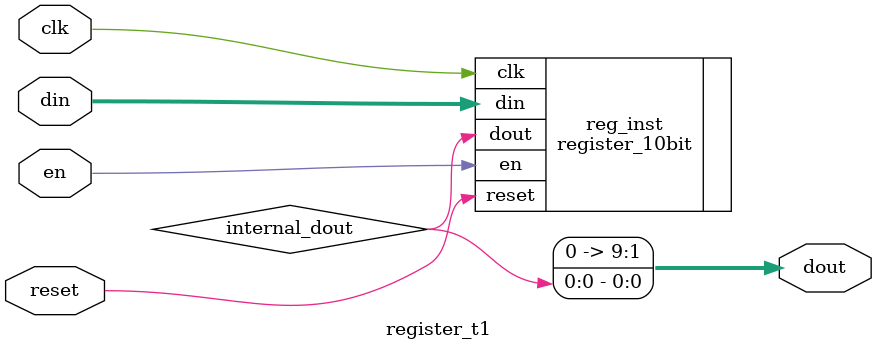
<source format=v>
`timescale 1 ns/1 ps
module register_t1(
    output wire [9:0] dout,
    input wire clk, reset, en,
    input wire [9:0] din );
    
    register_10bit reg_inst(.clk(clk), .reset(reset), .en(en), .dout(internal_dout), .din(din));
    
    assign dout = internal_dout;
endmodule
</source>
